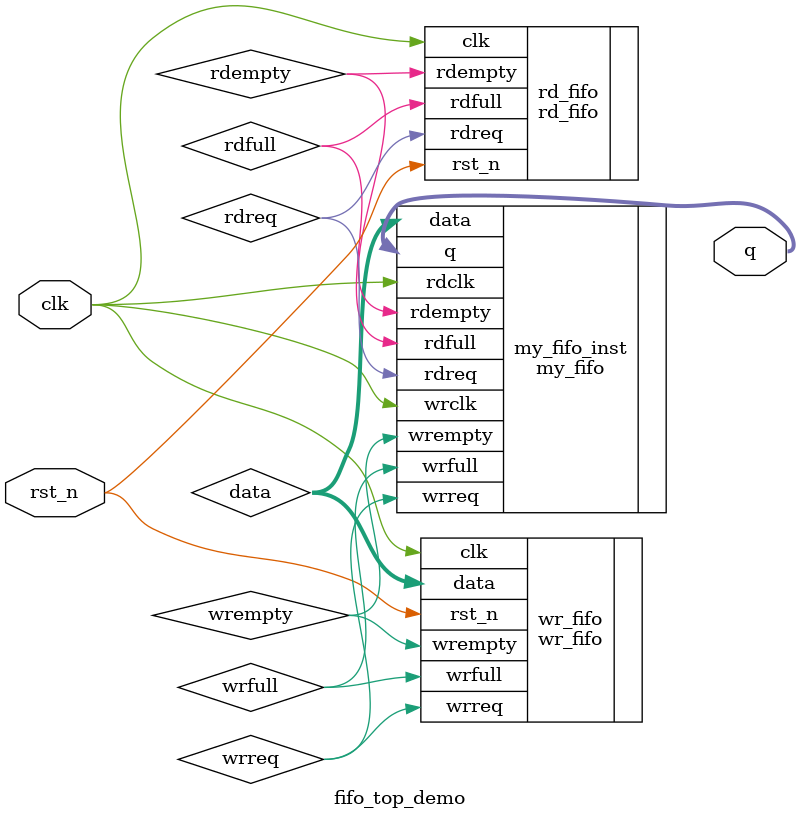
<source format=v>
module fifo_top_demo (
				clk,
				rst_n,
				q
				);
	input clk;
	input rst_n;
	output [7:0] q; //输出数据
	wire wrfull;    //写满信号
	wire wrempty;
	wire [7:0] data; //fifo输入数据
	wire wrreq;     //写请求信号
	wire rdfull;    //
	wire rdempty;
	wire rdreq;     //读请求信号
	wr_fifo wr_fifo(
					.clk(clk),
					.rst_n(rst_n),
					.wrfull(wrfull),
					.wrempty(wrempty),
					.data(data),
					.wrreq(wrreq)
	);

	rd_fifo rd_fifo(
					.clk(clk),
					.rst_n(rst_n),
					.rdfull(rdfull),
					.rdempty(rdempty),
					.rdreq(rdreq)
	);

	my_fifo my_fifo_inst(
					.data(data),
					.rdclk(clk),
					.rdreq(rdreq),
					.wrclk(clk),
					.wrreq(wrreq),         //write request
					.q(q),
					.rdempty(rdempty),      //读空信号
					.rdfull(rdfull),
					.wrempty(wrempty),
					.wrfull(wrfull)
	);
endmodule
	
	
	
	
</source>
